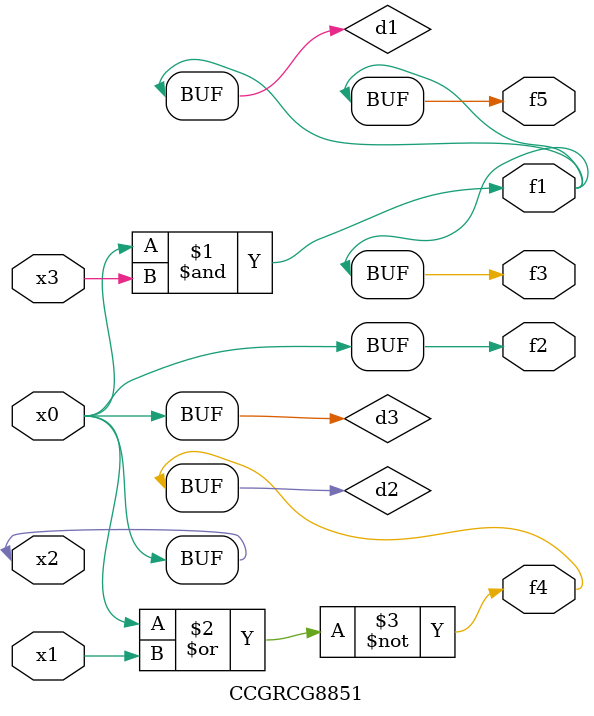
<source format=v>
module CCGRCG8851(
	input x0, x1, x2, x3,
	output f1, f2, f3, f4, f5
);

	wire d1, d2, d3;

	and (d1, x2, x3);
	nor (d2, x0, x1);
	buf (d3, x0, x2);
	assign f1 = d1;
	assign f2 = d3;
	assign f3 = d1;
	assign f4 = d2;
	assign f5 = d1;
endmodule

</source>
